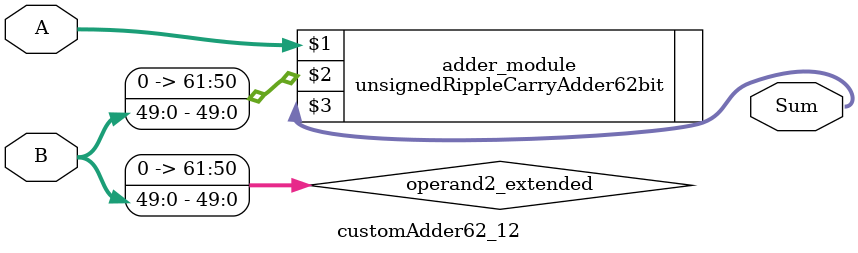
<source format=v>
module customAdder62_12(
                        input [61 : 0] A,
                        input [49 : 0] B,
                        
                        output [62 : 0] Sum
                );

        wire [61 : 0] operand2_extended;
        
        assign operand2_extended =  {12'b0, B};
        
        unsignedRippleCarryAdder62bit adder_module(
            A,
            operand2_extended,
            Sum
        );
        
        endmodule
        
</source>
